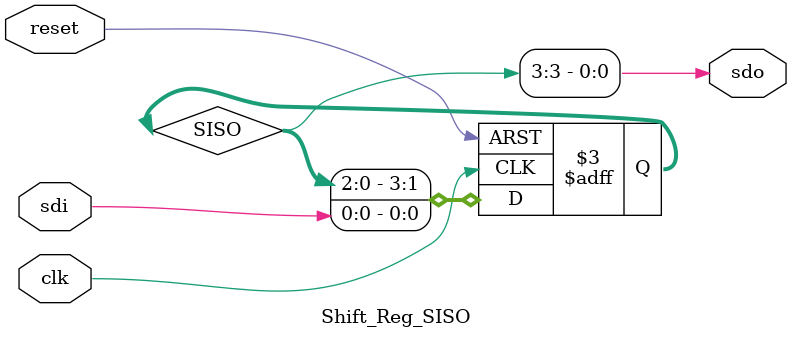
<source format=v>
module Shift_Reg_SISO(
		input clk ,
		input reset ,
		input sdi ,
		output sdo
	);

	reg [3:0] SISO ;	
	
	always @(posedge clk or negedge reset) begin
		if(!reset)
			SISO <= 4'b0000;
		else
			SISO[3:0] <= {SISO[2:0] , sdi};
	end

	assign sdo = SISO[3];
endmodule
</source>
